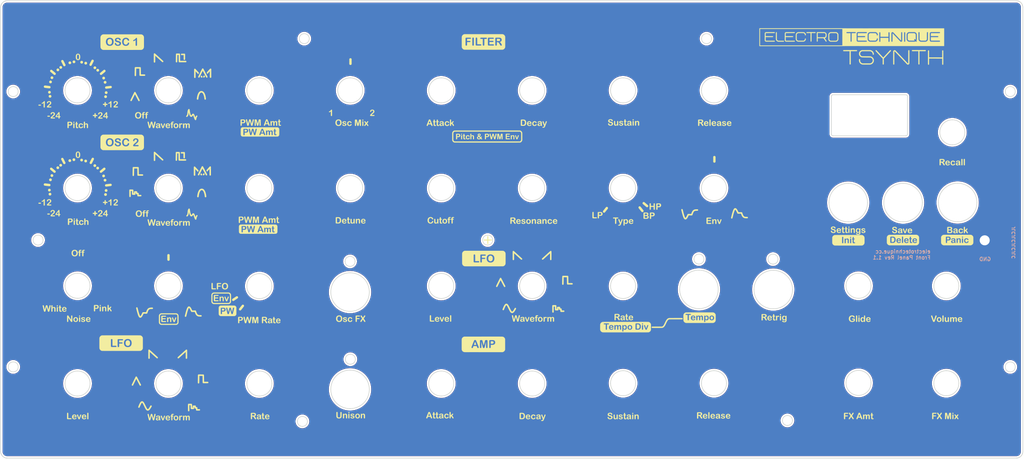
<source format=kicad_pcb>
(kicad_pcb (version 20171130) (host pcbnew "(5.1.7)-1")
  (title_block (title TSynth) (date 2020-04-16) (rev 1.1) (comment 1 "Remove F.Mask from H1 and use smaller mask on hole.") (comment 4 ElectroTechnique))
  (layers (0 F.Cu signal) (31 B.Cu signal) (34 B.Paste user) (35 F.Paste user) (36 B.SilkS user) (37 F.SilkS user) (38 B.Mask user) (39 F.Mask user) (44 Edge.Cuts user))
  (net 0 "")
  (net 1 GND)
  (module MountingHole:MountingHole_3.2mm_M3_DIN965_Pad (layer F.Cu) (at 349.66 139.77)
    (fp_text reference H1 hide)
    (fp_text value MountingHole_Pad hide)
    (pad 1 thru_hole circle (at 0 0) (size 5.6 5.6) (drill 3.2) (layers *.Cu B.Mask) (net 1 GND))
  )
  (module "TSynth:TSynth Front Panel" (layer F.Cu) (at 196.915 134.941)
    (fp_text reference G1 hide)
    (fp_text value TSynth4.1FrontPanelSilkscreen hide)
  )
  (gr_curve (pts (xy 122.329824 123.090175) (xy 122.329824 120.883197) (xy 120.538418 119.09038) (xy 118.330029 119.09038)) (layer Edge.Cuts) (width 0.2))
  (gr_curve (pts (xy 118.330029 119.09038) (xy 116.121641 119.09038) (xy 114.330235 120.883197) (xy 114.330235 123.090175)) (layer Edge.Cuts) (width 0.2))
  (gr_curve (pts (xy 89.33078 95.889986) (xy 91.535994 95.889986) (xy 93.330927 94.097522) (xy 93.330927 91.890191)) (layer Edge.Cuts) (width 0.2))
  (gr_curve (pts (xy 89.33078 87.890397) (xy 87.122391 87.890397) (xy 85.330985 89.68286) (xy 85.330985 91.890191)) (layer Edge.Cuts) (width 0.2))
  (gr_curve (pts (xy 85.330985 91.890191) (xy 85.330985 94.097522) (xy 87.122391 95.889986) (xy 89.33078 95.889986)) (layer Edge.Cuts) (width 0.2))
  (gr_curve (pts (xy 176.32994 158.342869) (xy 178.536918 158.342869) (xy 180.329735 156.5497) (xy 180.329735 154.342722)) (layer Edge.Cuts) (width 0.2))
  (gr_curve (pts (xy 333.429501 185.390411) (xy 333.429501 187.597389) (xy 335.22267 189.390558) (xy 337.429648 189.390558)) (layer Edge.Cuts) (width 0.2))
  (gr_curve (pts (xy 341.429795 185.390411) (xy 341.429795 183.183081) (xy 339.637331 181.390264) (xy 337.429648 181.390264)) (layer Edge.Cuts) (width 0.2))
  (gr_curve (pts (xy 337.429648 189.390558) (xy 339.637331 189.390558) (xy 341.429795 187.597389) (xy 341.429795 185.390411)) (layer Edge.Cuts) (width 0.2))
  (gr_curve (pts (xy 172.329793 154.342722) (xy 172.329793 156.5497) (xy 174.123315 158.342869) (xy 176.32994 158.342869)) (layer Edge.Cuts) (width 0.2))
  (gr_curve (pts (xy 205.329896 158.342869) (xy 207.537226 158.342869) (xy 209.32969 156.5497) (xy 209.32969 154.342722)) (layer Edge.Cuts) (width 0.2))
  (gr_curve (pts (xy 205.329896 150.342927) (xy 203.122565 150.342927) (xy 201.330101 152.135391) (xy 201.330101 154.342722)) (layer Edge.Cuts) (width 0.2))
  (gr_curve (pts (xy 176.32994 95.889986) (xy 178.536918 95.889986) (xy 180.329735 94.097522) (xy 180.329735 91.890191)) (layer Edge.Cuts) (width 0.2))
  (gr_curve (pts (xy 93.330221 123.090175) (xy 93.330221 120.882844) (xy 91.535641 119.09038) (xy 89.33078 119.09038)) (layer Edge.Cuts) (width 0.2))
  (gr_curve (pts (xy 93.330927 91.890191) (xy 93.330927 89.682861) (xy 91.535994 87.890397) (xy 89.33078 87.890397)) (layer Edge.Cuts) (width 0.2))
  (gr_curve (pts (xy 118.329853 95.889986) (xy 120.538242 95.889986) (xy 122.33 94.097522) (xy 122.33 91.890191)) (layer Edge.Cuts) (width 0.2))
  (gr_curve (pts (xy 60.329449 158.290129) (xy 62.537485 158.290129) (xy 64.32889 156.497312) (xy 64.32889 154.290334)) (layer Edge.Cuts) (width 0.2))
  (gr_curve (pts (xy 56.329302 154.290334) (xy 56.329302 156.497312) (xy 58.124588 158.290129) (xy 60.329449 158.290129)) (layer Edge.Cuts) (width 0.2))
  (gr_curve (pts (xy 60.329272 87.890397) (xy 58.124411 87.890397) (xy 56.329125 89.68286) (xy 56.329125 91.890191)) (layer Edge.Cuts) (width 0.2))
  (gr_curve (pts (xy 60.329942 119.086852) (xy 58.12367 119.086852) (xy 56.326973 120.881433) (xy 56.326973 123.090174)) (layer Edge.Cuts) (width 0.2))
  (gr_curve (pts (xy 143.30539 91.890191) (xy 143.30539 94.097522) (xy 145.099266 95.889986) (xy 147.303421 95.889986)) (layer Edge.Cuts) (width 0.2))
  (gr_curve (pts (xy 56.326973 123.090174) (xy 56.326973 125.298916) (xy 58.12367 127.093496) (xy 60.329942 127.093496)) (layer Edge.Cuts) (width 0.2))
  (gr_curve (pts (xy 172.329793 91.890191) (xy 172.329793 94.097522) (xy 174.123315 95.889986) (xy 176.32994 95.889986)) (layer Edge.Cuts) (width 0.2))
  (gr_curve (pts (xy 176.32994 87.890397) (xy 174.123315 87.890397) (xy 172.329793 89.68286) (xy 172.329793 91.890191)) (layer Edge.Cuts) (width 0.2))
  (gr_curve (pts (xy 89.33078 127.089969) (xy 91.535641 127.089969) (xy 93.330221 125.297505) (xy 93.330221 123.090175)) (layer Edge.Cuts) (width 0.2))
  (gr_curve (pts (xy 85.331338 123.090175) (xy 85.331338 125.297505) (xy 87.122743 127.089969) (xy 89.33078 127.089969)) (layer Edge.Cuts) (width 0.2))
  (gr_curve (pts (xy 337.429648 181.390264) (xy 335.22267 181.390264) (xy 333.429501 183.183081) (xy 333.429501 185.390411)) (layer Edge.Cuts) (width 0.2))
  (gr_curve (pts (xy 335.335347 105.286433) (xy 335.335347 107.493411) (xy 337.128163 109.28658) (xy 339.335142 109.28658)) (layer Edge.Cuts) (width 0.2))
  (gr_curve (pts (xy 201.330101 154.342722) (xy 201.330101 156.5497) (xy 203.122565 158.342869) (xy 205.329896 158.342869)) (layer Edge.Cuts) (width 0.2))
  (gr_curve (pts (xy 89.33078 119.09038) (xy 87.122743 119.09038) (xy 85.331338 120.882844) (xy 85.331338 123.090175)) (layer Edge.Cuts) (width 0.2))
  (gr_curve (pts (xy 176.32994 150.342927) (xy 174.123315 150.342927) (xy 172.329793 152.135391) (xy 172.329793 154.342722)) (layer Edge.Cuts) (width 0.2))
  (gr_curve (pts (xy 333.429501 154.342722) (xy 333.429501 156.550052) (xy 335.22267 158.343222) (xy 337.429648 158.343222)) (layer Edge.Cuts) (width 0.2))
  (gr_curve (pts (xy 337.429648 158.343222) (xy 339.637331 158.343222) (xy 341.429795 156.550052) (xy 341.429795 154.342722)) (layer Edge.Cuts) (width 0.2))
  (gr_curve (pts (xy 339.335142 101.286639) (xy 337.128164 101.286639) (xy 335.335347 103.079455) (xy 335.335347 105.286433)) (layer Edge.Cuts) (width 0.2))
  (gr_curve (pts (xy 180.329735 154.342722) (xy 180.329735 152.135391) (xy 178.536918 150.342927) (xy 176.32994 150.342927)) (layer Edge.Cuts) (width 0.2))
  (gr_curve (pts (xy 343.334936 105.286433) (xy 343.334936 103.079455) (xy 341.542825 101.286639) (xy 339.335142 101.286639)) (layer Edge.Cuts) (width 0.2))
  (gr_curve (pts (xy 147.303421 95.889986) (xy 149.510751 95.889986) (xy 151.305332 94.097522) (xy 151.305332 91.890191)) (layer Edge.Cuts) (width 0.2))
  (gr_curve (pts (xy 64.329066 91.890191) (xy 64.329066 89.682861) (xy 62.537661 87.890397) (xy 60.329272 87.890397)) (layer Edge.Cuts) (width 0.2))
  (gr_curve (pts (xy 64.326914 123.20271) (xy 64.325503 123.101463) (xy 64.323387 123.000569) (xy 64.323034 122.900027)) (layer Edge.Cuts) (width 0.2))
  (gr_curve (pts (xy 60.329449 150.29054) (xy 58.124587 150.29054) (xy 56.329302 152.083356) (xy 56.329302 154.290334)) (layer Edge.Cuts) (width 0.2))
  (gr_curve (pts (xy 64.32889 154.290334) (xy 64.32889 152.083357) (xy 62.537485 150.29054) (xy 60.329449 150.29054)) (layer Edge.Cuts) (width 0.2))
  (gr_curve (pts (xy 64.323034 122.900027) (xy 64.222845 120.779833) (xy 62.47589 119.086852) (xy 60.329942 119.086852)) (layer Edge.Cuts) (width 0.2))
  (gr_curve (pts (xy 337.429648 150.342575) (xy 335.22267 150.342575) (xy 333.429501 152.135391) (xy 333.429501 154.342722)) (layer Edge.Cuts) (width 0.2))
  (gr_curve (pts (xy 60.329272 95.889986) (xy 62.537661 95.889986) (xy 64.329066 94.097522) (xy 64.329066 91.890191)) (layer Edge.Cuts) (width 0.2))
  (gr_curve (pts (xy 180.329735 91.890191) (xy 180.329735 89.682861) (xy 178.536918 87.890397) (xy 176.32994 87.890397)) (layer Edge.Cuts) (width 0.2))
  (gr_curve (pts (xy 56.329125 91.890191) (xy 56.329125 94.097522) (xy 58.124411 95.889986) (xy 60.329272 95.889986)) (layer Edge.Cuts) (width 0.2))
  (gr_curve (pts (xy 341.429795 154.342722) (xy 341.429795 152.135391) (xy 339.637331 150.342575) (xy 337.429648 150.342575)) (layer Edge.Cuts) (width 0.2))
  (gr_curve (pts (xy 209.32969 154.342722) (xy 209.32969 152.135391) (xy 207.537226 150.342927) (xy 205.329896 150.342927)) (layer Edge.Cuts) (width 0.2))
  (gr_curve (pts (xy 122.33 91.890191) (xy 122.33 89.682861) (xy 120.538242 87.890397) (xy 118.329853 87.890397)) (layer Edge.Cuts) (width 0.2))
  (gr_curve (pts (xy 147.303421 87.890397) (xy 145.099266 87.890397) (xy 143.30539 89.68286) (xy 143.30539 91.890191)) (layer Edge.Cuts) (width 0.2))
  (gr_curve (pts (xy 339.335142 109.28658) (xy 341.542825 109.28658) (xy 343.334936 107.493411) (xy 343.334936 105.286433)) (layer Edge.Cuts) (width 0.2))
  (gr_curve (pts (xy 151.305332 91.890191) (xy 151.305332 89.682861) (xy 149.510751 87.890397) (xy 147.303421 87.890397)) (layer Edge.Cuts) (width 0.2))
  (gr_curve (pts (xy 60.329942 127.093496) (xy 62.501995 127.093496) (xy 64.266942 125.359241) (xy 64.326914 123.20271)) (layer Edge.Cuts) (width 0.2))
  (gr_curve (pts (xy 114.330059 91.890191) (xy 114.330059 94.097522) (xy 116.121817 95.889986) (xy 118.329853 95.889986)) (layer Edge.Cuts) (width 0.2))
  (gr_curve (pts (xy 118.329853 87.890397) (xy 116.121817 87.890397) (xy 114.330059 89.68286) (xy 114.330059 91.890191)) (layer Edge.Cuts) (width 0.2))
  (gr_curve (pts (xy 324.48348 93.28511) (xy 324.781578 93.28511) (xy 325.022877 93.519001) (xy 325.022877 93.807574)) (layer Edge.Cuts) (width 0.2))
  (gr_curve (pts (xy 356.215558 180.185563) (xy 356.215558 179.301855) (xy 356.931697 178.585716) (xy 357.815758 178.585716)) (layer Edge.Cuts) (width 0.2))
  (gr_curve (pts (xy 357.815758 181.785763) (xy 356.931697 181.785763) (xy 356.215558 181.069271) (xy 356.215558 180.185563)) (layer Edge.Cuts) (width 0.2))
  (gr_curve (pts (xy 267.315172 123.088834) (xy 267.315172 125.298281) (xy 265.525178 127.088981) (xy 263.315378 127.088981)) (layer Edge.Cuts) (width 0.2))
  (gr_curve (pts (xy 359.415605 180.185563) (xy 359.415605 181.069271) (xy 358.699114 181.785763) (xy 357.815758 181.785763)) (layer Edge.Cuts) (width 0.2))
  (gr_curve (pts (xy 309.41486 189.289346) (xy 307.205413 189.289346) (xy 305.414713 187.498646) (xy 305.414713 185.289199)) (layer Edge.Cuts) (width 0.2))
  (gr_curve (pts (xy 263.315378 119.08904) (xy 265.525178 119.08904) (xy 267.315172 120.880092) (xy 267.315172 123.088834)) (layer Edge.Cuts) (width 0.2))
  (gr_curve (pts (xy 309.41486 150.289199) (xy 311.623601 150.289199) (xy 313.414654 152.080252) (xy 313.414654 154.288994)) (layer Edge.Cuts) (width 0.2))
  (gr_curve (pts (xy 305.414713 185.289199) (xy 305.414713 183.079399) (xy 307.205413 181.289052) (xy 309.41486 181.289052)) (layer Edge.Cuts) (width 0.2))
  (gr_curve (pts (xy 309.41486 158.289141) (xy 307.205765 158.289141) (xy 305.415065 156.498088) (xy 305.415065 154.288994)) (layer Edge.Cuts) (width 0.2))
  (gr_curve (pts (xy 325.022877 105.878922) (xy 325.022877 106.167847) (xy 324.781578 106.401386) (xy 324.48348 106.401386)) (layer Edge.Cuts) (width 0.2))
  (gr_curve (pts (xy 313.414654 154.288994) (xy 313.414654 156.498088) (xy 311.623601 158.289141) (xy 309.41486 158.289141)) (layer Edge.Cuts) (width 0.2))
  (gr_curve (pts (xy 300.759175 93.807574) (xy 300.759175 93.519001) (xy 301.000828 93.28511) (xy 301.298572 93.28511)) (layer Edge.Cuts) (width 0.2))
  (gr_curve (pts (xy 357.815758 178.585716) (xy 358.699114 178.585716) (xy 359.415605 179.301855) (xy 359.415605 180.185563)) (layer Edge.Cuts) (width 0.2))
  (gr_line (start 324.48348 106.401386) (end 301.298572 106.401387) (layer Edge.Cuts) (width 0.2))
  (gr_curve (pts (xy 309.41486 181.289052) (xy 311.623954 181.289052) (xy 313.415007 183.079399) (xy 313.415007 185.289199)) (layer Edge.Cuts) (width 0.2))
  (gr_curve (pts (xy 301.298572 106.401387) (xy 301.000828 106.401387) (xy 300.759175 106.167849) (xy 300.759175 105.878924)) (layer Edge.Cuts) (width 0.2))
  (gr_line (start 325.022877 93.807574) (end 325.022877 105.878922) (layer Edge.Cuts) (width 0.2))
  (gr_curve (pts (xy 357.815405 93.870897) (xy 356.931697 93.870897) (xy 356.215206 93.154406) (xy 356.215206 92.270697)) (layer Edge.Cuts) (width 0.2))
  (gr_curve (pts (xy 357.815405 90.67085) (xy 358.699114 90.67085) (xy 359.415252 91.386989) (xy 359.415252 92.270697)) (layer Edge.Cuts) (width 0.2))
  (gr_curve (pts (xy 356.215206 92.270697) (xy 356.215206 91.386989) (xy 356.931697 90.67085) (xy 357.815405 90.67085)) (layer Edge.Cuts) (width 0.2))
  (gr_line (start 301.298572 93.28511) (end 324.48348 93.28511) (layer Edge.Cuts) (width 0.2))
  (gr_curve (pts (xy 263.315378 181.388959) (xy 265.525178 181.388959) (xy 267.315525 183.179659) (xy 267.315525 185.389106)) (layer Edge.Cuts) (width 0.2))
  (gr_curve (pts (xy 259.315583 123.088834) (xy 259.315583 120.880092) (xy 261.106636 119.08904) (xy 263.315378 119.08904)) (layer Edge.Cuts) (width 0.2))
  (gr_curve (pts (xy 305.415065 154.288994) (xy 305.415065 152.080252) (xy 307.205765 150.289199) (xy 309.41486 150.289199)) (layer Edge.Cuts) (width 0.2))
  (gr_curve (pts (xy 313.415007 185.289199) (xy 313.415007 187.498646) (xy 311.623954 189.289346) (xy 309.41486 189.289346)) (layer Edge.Cuts) (width 0.2))
  (gr_curve (pts (xy 263.315378 127.088981) (xy 261.106636 127.088981) (xy 259.315583 125.298281) (xy 259.315583 123.088834)) (layer Edge.Cuts) (width 0.2))
  (gr_line (start 300.759175 105.878924) (end 300.759175 93.807574) (layer Edge.Cuts) (width 0.2))
  (gr_curve (pts (xy 39.815704 178.585716) (xy 40.699059 178.585716) (xy 41.415551 179.301855) (xy 41.415551 180.185563)) (layer Edge.Cuts) (width 0.2))
  (gr_curve (pts (xy 38.215504 180.185563) (xy 38.215504 179.301855) (xy 38.931995 178.585716) (xy 39.815704 178.585716)) (layer Edge.Cuts) (width 0.2))
  (gr_line (start 36.990483 63.481703) (end 37.154877 63.410442) (layer Edge.Cuts) (width 0.2))
  (gr_curve (pts (xy 39.815704 181.785763) (xy 38.931995 181.785763) (xy 38.215504 181.069271) (xy 38.215504 180.185563)) (layer Edge.Cuts) (width 0.2))
  (gr_curve (pts (xy 41.415551 180.185563) (xy 41.415551 181.069271) (xy 40.699059 181.785763) (xy 39.815704 181.785763)) (layer Edge.Cuts) (width 0.2))
  (gr_curve (pts (xy 38.215327 92.270697) (xy 38.215327 91.386989) (xy 38.931819 90.67085) (xy 39.815527 90.67085)) (layer Edge.Cuts) (width 0.2))
  (gr_line (start 36.410869 63.897628) (end 36.542102 63.773097) (layer Edge.Cuts) (width 0.2))
  (gr_line (start 36.290572 208.540381) (end 36.182975 208.396452) (layer Edge.Cuts) (width 0.2))
  (gr_curve (pts (xy 39.815527 93.870897) (xy 38.931819 93.870897) (xy 38.215327 93.154406) (xy 38.215327 92.270697)) (layer Edge.Cuts) (width 0.2))
  (gr_curve (pts (xy 41.415374 92.270697) (xy 41.415374 93.154406) (xy 40.698883 93.870897) (xy 39.815527 93.870897)) (layer Edge.Cuts) (width 0.2))
  (gr_curve (pts (xy 47.745724 141.289803) (xy 48.629433 141.289803) (xy 49.348394 140.571195) (xy 49.348394 139.686428)) (layer Edge.Cuts) (width 0.2))
  (gr_curve (pts (xy 49.348394 139.686428) (xy 49.348394 138.802014) (xy 48.629433 138.083759) (xy 47.745724 138.083759)) (layer Edge.Cuts) (width 0.2))
  (gr_line (start 37.154877 63.410442) (end 37.324563 63.357525) (layer Edge.Cuts) (width 0.2))
  (gr_curve (pts (xy 191.14516 138.086581) (xy 190.261805 138.086581) (xy 189.545313 138.803778) (xy 189.545313 139.686428)) (layer Edge.Cuts) (width 0.2))
  (gr_curve (pts (xy 260.944852 76.986495) (xy 261.828208 76.986495) (xy 262.5447 76.26965) (xy 262.5447 75.386647)) (layer Edge.Cuts) (width 0.2))
  (gr_curve (pts (xy 286.745149 198.886524) (xy 287.627799 198.886524) (xy 288.344996 198.169327) (xy 288.344996 197.286677)) (layer Edge.Cuts) (width 0.2))
  (gr_line (start 36.087019 64.329428) (end 36.182974 64.17597) (layer Edge.Cuts) (width 0.2))
  (gr_line (start 36.182974 64.17597) (end 36.290572 64.030272) (layer Edge.Cuts) (width 0.2))
  (gr_line (start 36.290572 64.030272) (end 36.410869 63.897628) (layer Edge.Cuts) (width 0.2))
  (gr_line (start 36.68286 63.661972) (end 36.832791 63.5639) (layer Edge.Cuts) (width 0.2))
  (gr_curve (pts (xy 132.645011 73.7868) (xy 131.761302 73.7868) (xy 131.044811 74.503997) (xy 131.044811 75.386647)) (layer Edge.Cuts) (width 0.2))
  (gr_curve (pts (xy 132.045571 199.186244) (xy 132.927162 199.186244) (xy 133.645771 198.469753) (xy 133.645771 197.586397)) (layer Edge.Cuts) (width 0.2))
  (gr_curve (pts (xy 47.745724 138.083759) (xy 46.858841 138.083759) (xy 46.142702 138.802014) (xy 46.142702 139.686428)) (layer Edge.Cuts) (width 0.2))
  (gr_line (start 35.936736 207.913503) (end 35.883466 207.739935) (layer Edge.Cuts) (width 0.2))
  (gr_line (start 36.832791 63.5639) (end 36.990483 63.481703) (layer Edge.Cuts) (width 0.2))
  (gr_line (start 36.542102 208.798268) (end 36.410869 208.674794) (layer Edge.Cuts) (width 0.2))
  (gr_line (start 35.883466 64.832842) (end 35.936736 64.657864) (layer Edge.Cuts) (width 0.2))
  (gr_curve (pts (xy 39.815527 90.67085) (xy 40.698883 90.67085) (xy 41.415374 91.386989) (xy 41.415374 92.270697)) (layer Edge.Cuts) (width 0.2))
  (gr_curve (pts (xy 191.14516 141.286628) (xy 192.02781 141.286628) (xy 192.745007 140.569431) (xy 192.745007 139.686428)) (layer Edge.Cuts) (width 0.2))
  (gr_curve (pts (xy 189.545313 139.686428) (xy 189.545313 140.569431) (xy 190.261805 141.286628) (xy 191.14516 141.286628)) (layer Edge.Cuts) (width 0.2))
  (gr_curve (pts (xy 133.645771 197.586397) (xy 133.645771 196.703747) (xy 132.927162 195.98655) (xy 132.045571 195.98655)) (layer Edge.Cuts) (width 0.2))
  (gr_curve (pts (xy 259.345005 75.386647) (xy 259.345005 76.26965) (xy 260.062202 76.986495) (xy 260.944852 76.986495)) (layer Edge.Cuts) (width 0.2))
  (gr_curve (pts (xy 286.745149 195.68683) (xy 285.861793 195.68683) (xy 285.145302 196.403322) (xy 285.145302 197.286677)) (layer Edge.Cuts) (width 0.2))
  (gr_line (start 35.814322 65.370475) (end 35.82173 65.190206) (layer Edge.Cuts) (width 0.2))
  (gr_curve (pts (xy 131.044811 75.386647) (xy 131.044811 76.26965) (xy 131.761302 76.986495) (xy 132.645011 76.986495)) (layer Edge.Cuts) (width 0.2))
  (gr_line (start 35.82173 65.190206) (end 35.845366 65.010289) (layer Edge.Cuts) (width 0.2))
  (gr_curve (pts (xy 134.245211 75.386647) (xy 134.245211 74.503997) (xy 133.526602 73.7868) (xy 132.645011 73.7868)) (layer Edge.Cuts) (width 0.2))
  (gr_line (start 35.845366 207.562835) (end 35.82173 207.382216) (layer Edge.Cuts) (width 0.2))
  (gr_curve (pts (xy 132.045571 195.98655) (xy 131.161862 195.98655) (xy 130.445371 196.703747) (xy 130.445371 197.586397)) (layer Edge.Cuts) (width 0.2))
  (gr_line (start 35.845366 65.010289) (end 35.883466 64.832842) (layer Edge.Cuts) (width 0.2))
  (gr_line (start 35.883466 207.739935) (end 35.845366 207.562835) (layer Edge.Cuts) (width 0.2))
  (gr_curve (pts (xy 288.344996 197.286677) (xy 288.344996 196.403322) (xy 287.627799 195.68683) (xy 286.745149 195.68683)) (layer Edge.Cuts) (width 0.2))
  (gr_line (start 36.005175 208.08213) (end 35.936736 207.913503) (layer Edge.Cuts) (width 0.2))
  (gr_line (start 36.542102 63.773097) (end 36.68286 63.661972) (layer Edge.Cuts) (width 0.2))
  (gr_curve (pts (xy 132.645011 76.986495) (xy 133.526602 76.986495) (xy 134.245211 76.26965) (xy 134.245211 75.386647)) (layer Edge.Cuts) (width 0.2))
  (gr_curve (pts (xy 260.944852 73.7868) (xy 260.062202 73.7868) (xy 259.345005 74.503997) (xy 259.345005 75.386647)) (layer Edge.Cuts) (width 0.2))
  (gr_line (start 35.936736 64.657864) (end 36.005174 64.491) (layer Edge.Cuts) (width 0.2))
  (gr_line (start 35.82173 207.382216) (end 35.814322 207.200185) (layer Edge.Cuts) (width 0.2))
  (gr_line (start 36.410869 208.674794) (end 36.290572 208.540381) (layer Edge.Cuts) (width 0.2))
  (gr_line (start 36.182975 208.396452) (end 36.087019 208.243349) (layer Edge.Cuts) (width 0.2))
  (gr_line (start 36.087019 208.243349) (end 36.005175 208.08213) (layer Edge.Cuts) (width 0.2))
  (gr_curve (pts (xy 359.415252 92.270697) (xy 359.415252 93.154406) (xy 358.699114 93.870897) (xy 357.815405 93.870897)) (layer Edge.Cuts) (width 0.2))
  (gr_line (start 36.005174 64.491) (end 36.087019 64.329428) (layer Edge.Cuts) (width 0.2))
  (gr_curve (pts (xy 192.745007 139.686428) (xy 192.745007 138.803778) (xy 192.02781 138.086581) (xy 191.14516 138.086581)) (layer Edge.Cuts) (width 0.2))
  (gr_curve (pts (xy 262.5447 75.386647) (xy 262.5447 74.503997) (xy 261.828208 73.7868) (xy 260.944852 73.7868)) (layer Edge.Cuts) (width 0.2))
  (gr_curve (pts (xy 46.142702 139.686428) (xy 46.142702 140.571195) (xy 46.858841 141.289803) (xy 47.745724 141.289803)) (layer Edge.Cuts) (width 0.2))
  (gr_curve (pts (xy 130.445371 197.586397) (xy 130.445371 198.469753) (xy 131.161862 199.186244) (xy 132.045571 199.186244)) (layer Edge.Cuts) (width 0.2))
  (gr_curve (pts (xy 285.145302 197.286677) (xy 285.145302 198.169327) (xy 285.861793 198.886524) (xy 286.745149 198.886524)) (layer Edge.Cuts) (width 0.2))
  (gr_line (start 37.324563 63.357525) (end 37.497777 63.317661) (layer Edge.Cuts) (width 0.2))
  (gr_line (start 35.814322 207.200185) (end 35.814322 65.370475) (layer Edge.Cuts) (width 0.2))
  (gr_curve (pts (xy 56.329302 185.49) (xy 56.329302 187.696978) (xy 58.124588 189.490147) (xy 60.329449 189.490147)) (layer Edge.Cuts) (width 0.2))
  (gr_curve (pts (xy 64.32889 185.49) (xy 64.32889 183.283375) (xy 62.537485 181.489853) (xy 60.329449 181.489853)) (layer Edge.Cuts) (width 0.2))
  (gr_curve (pts (xy 114.330235 123.090175) (xy 114.330235 125.297152) (xy 116.121641 127.089969) (xy 118.330029 127.089969)) (layer Edge.Cuts) (width 0.2))
  (gr_curve (pts (xy 89.330956 189.490147) (xy 91.535817 189.490147) (xy 93.33075 187.697331) (xy 93.33075 185.49)) (layer Edge.Cuts) (width 0.2))
  (gr_curve (pts (xy 85.330809 185.49) (xy 85.330809 187.697331) (xy 87.122567 189.490147) (xy 89.330956 189.490147)) (layer Edge.Cuts) (width 0.2))
  (gr_curve (pts (xy 89.330956 181.489853) (xy 87.122567 181.489853) (xy 85.330809 183.283375) (xy 85.330809 185.49)) (layer Edge.Cuts) (width 0.2))
  (gr_curve (pts (xy 93.33075 185.49) (xy 93.33075 183.283375) (xy 91.535817 181.489853) (xy 89.330956 181.489853)) (layer Edge.Cuts) (width 0.2))
  (gr_curve (pts (xy 205.329896 189.490147) (xy 207.537226 189.490147) (xy 209.330043 187.697331) (xy 209.330043 185.49)) (layer Edge.Cuts) (width 0.2))
  (gr_curve (pts (xy 201.329749 185.49) (xy 201.329749 187.697331) (xy 203.122565 189.490147) (xy 205.329896 189.490147)) (layer Edge.Cuts) (width 0.2))
  (gr_curve (pts (xy 205.329896 181.489853) (xy 203.122565 181.489853) (xy 201.329749 183.283023) (xy 201.329749 185.49)) (layer Edge.Cuts) (width 0.2))
  (gr_curve (pts (xy 209.32969 123.090175) (xy 209.32969 120.882844) (xy 207.537226 119.09038) (xy 205.329896 119.09038)) (layer Edge.Cuts) (width 0.2))
  (gr_curve (pts (xy 209.330043 185.49) (xy 209.330043 183.283022) (xy 207.537226 181.489853) (xy 205.329896 181.489853)) (layer Edge.Cuts) (width 0.2))
  (gr_curve (pts (xy 60.329449 181.489853) (xy 58.124587 181.489853) (xy 56.329302 183.283375) (xy 56.329302 185.49)) (layer Edge.Cuts) (width 0.2))
  (gr_curve (pts (xy 205.329896 127.089969) (xy 207.537226 127.089969) (xy 209.32969 125.297505) (xy 209.32969 123.090175)) (layer Edge.Cuts) (width 0.2))
  (gr_curve (pts (xy 205.329896 119.09038) (xy 203.122565 119.09038) (xy 201.330101 120.882844) (xy 201.330101 123.090175)) (layer Edge.Cuts) (width 0.2))
  (gr_curve (pts (xy 118.330029 127.089969) (xy 120.538418 127.089969) (xy 122.329824 125.297152) (xy 122.329824 123.090175)) (layer Edge.Cuts) (width 0.2))
  (gr_curve (pts (xy 201.330101 123.090175) (xy 201.330101 125.297505) (xy 203.122565 127.089969) (xy 205.329896 127.089969)) (layer Edge.Cuts) (width 0.2))
  (gr_curve (pts (xy 60.329449 189.490147) (xy 62.537485 189.490147) (xy 64.32889 187.696978) (xy 64.32889 185.49)) (layer Edge.Cuts) (width 0.2))
  (gr_curve (pts (xy 341.047349 133.842382) (xy 337.650805 133.852612) (xy 334.888908 131.107649) (xy 334.87903 127.710751)) (layer Edge.Cuts) (width 0.2))
  (gr_curve (pts (xy 347.178626 127.674416) (xy 347.188151 131.071666) (xy 344.444246 133.832504) (xy 341.047349 133.842382)) (layer Edge.Cuts) (width 0.2))
  (gr_curve (pts (xy 341.010307 121.542432) (xy 344.40791 121.532202) (xy 347.168749 124.278224) (xy 347.178626 127.674416)) (layer Edge.Cuts) (width 0.2))
  (gr_curve (pts (xy 323.629547 121.58025) (xy 327.026443 121.58025) (xy 329.779521 124.334034) (xy 329.779521 127.730225)) (layer Edge.Cuts) (width 0.2))
  (gr_curve (pts (xy 334.87903 127.710751) (xy 334.869152 124.314207) (xy 337.613763 121.55231) (xy 341.010307 121.542432)) (layer Edge.Cuts) (width 0.2))
  (gr_curve (pts (xy 176.32994 127.089969) (xy 178.536918 127.089969) (xy 180.329735 125.297505) (xy 180.329735 123.090175)) (layer Edge.Cuts) (width 0.2))
  (gr_curve (pts (xy 118.329853 181.489853) (xy 116.121817 181.489853) (xy 114.330059 183.283023) (xy 114.330059 185.49)) (layer Edge.Cuts) (width 0.2))
  (gr_curve (pts (xy 93.330927 154.290334) (xy 93.330927 152.083357) (xy 91.535994 150.29054) (xy 89.33078 150.29054)) (layer Edge.Cuts) (width 0.2))
  (gr_curve (pts (xy 234.329992 181.390264) (xy 232.122661 181.390264) (xy 230.329492 183.183081) (xy 230.329492 185.390411)) (layer Edge.Cuts) (width 0.2))
  (gr_curve (pts (xy 118.329853 189.490147) (xy 120.538242 189.490147) (xy 122.33 187.697331) (xy 122.33 185.49)) (layer Edge.Cuts) (width 0.2))
  (gr_curve (pts (xy 234.329992 127.089969) (xy 236.537323 127.089969) (xy 238.330139 125.297152) (xy 238.330139 123.090175)) (layer Edge.Cuts) (width 0.2))
  (gr_curve (pts (xy 172.329793 123.090175) (xy 172.329793 125.297505) (xy 174.123315 127.089969) (xy 176.32994 127.089969)) (layer Edge.Cuts) (width 0.2))
  (gr_curve (pts (xy 234.329992 189.390558) (xy 236.537323 189.390558) (xy 238.330139 187.597389) (xy 238.330139 185.390411)) (layer Edge.Cuts) (width 0.2))
  (gr_curve (pts (xy 230.329492 185.390411) (xy 230.329492 187.597389) (xy 232.122661 189.390558) (xy 234.329992 189.390558)) (layer Edge.Cuts) (width 0.2))
  (gr_curve (pts (xy 85.330985 154.290334) (xy 85.330985 156.497312) (xy 87.122391 158.290129) (xy 89.33078 158.290129)) (layer Edge.Cuts) (width 0.2))
  (gr_curve (pts (xy 114.330059 185.49) (xy 114.330059 187.697331) (xy 116.121817 189.490147) (xy 118.329853 189.490147)) (layer Edge.Cuts) (width 0.2))
  (gr_curve (pts (xy 143.30539 123.090175) (xy 143.30539 125.297152) (xy 145.099266 127.089969) (xy 147.303421 127.089969)) (layer Edge.Cuts) (width 0.2))
  (gr_curve (pts (xy 234.329992 119.09038) (xy 232.123015 119.09038) (xy 230.329492 120.883197) (xy 230.329492 123.090175)) (layer Edge.Cuts) (width 0.2))
  (gr_curve (pts (xy 209.330043 91.890191) (xy 209.330043 89.682861) (xy 207.537226 87.890044) (xy 205.329896 87.890044)) (layer Edge.Cuts) (width 0.2))
  (gr_curve (pts (xy 147.303421 127.089969) (xy 149.510751 127.089969) (xy 151.305332 125.297152) (xy 151.305332 123.090175)) (layer Edge.Cuts) (width 0.2))
  (gr_curve (pts (xy 176.32994 119.09038) (xy 174.123315 119.09038) (xy 172.329793 120.882844) (xy 172.329793 123.090175)) (layer Edge.Cuts) (width 0.2))
  (gr_curve (pts (xy 230.329492 123.090175) (xy 230.329492 125.297152) (xy 232.123014 127.089969) (xy 234.329992 127.089969)) (layer Edge.Cuts) (width 0.2))
  (gr_curve (pts (xy 89.33078 158.290129) (xy 91.535994 158.290129) (xy 93.330927 156.497312) (xy 93.330927 154.290334)) (layer Edge.Cuts) (width 0.2))
  (gr_curve (pts (xy 238.330139 185.390411) (xy 238.330139 183.183081) (xy 236.537323 181.390264) (xy 234.329992 181.390264)) (layer Edge.Cuts) (width 0.2))
  (gr_curve (pts (xy 89.33078 150.29054) (xy 87.122391 150.29054) (xy 85.330985 152.083356) (xy 85.330985 154.290334)) (layer Edge.Cuts) (width 0.2))
  (gr_curve (pts (xy 147.303421 119.09038) (xy 145.099266 119.09038) (xy 143.30539 120.883197) (xy 143.30539 123.090175)) (layer Edge.Cuts) (width 0.2))
  (gr_curve (pts (xy 151.305332 123.090175) (xy 151.305332 120.883197) (xy 149.510751 119.09038) (xy 147.303421 119.09038)) (layer Edge.Cuts) (width 0.2))
  (gr_curve (pts (xy 230.329492 91.890191) (xy 230.329492 94.097522) (xy 232.123014 95.889986) (xy 234.329992 95.889986)) (layer Edge.Cuts) (width 0.2))
  (gr_curve (pts (xy 180.329735 123.090175) (xy 180.329735 120.882844) (xy 178.536918 119.09038) (xy 176.32994 119.09038)) (layer Edge.Cuts) (width 0.2))
  (gr_curve (pts (xy 234.329992 95.889986) (xy 236.537323 95.889986) (xy 238.330139 94.097522) (xy 238.330139 91.890191)) (layer Edge.Cuts) (width 0.2))
  (gr_curve (pts (xy 238.330139 123.090175) (xy 238.330139 120.883197) (xy 236.537323 119.09038) (xy 234.329992 119.09038)) (layer Edge.Cuts) (width 0.2))
  (gr_curve (pts (xy 234.329992 87.890397) (xy 232.123015 87.890397) (xy 230.329492 89.683213) (xy 230.329492 91.890191)) (layer Edge.Cuts) (width 0.2))
  (gr_curve (pts (xy 238.330139 91.890191) (xy 238.330139 89.683213) (xy 236.537323 87.890397) (xy 234.329992 87.890397)) (layer Edge.Cuts) (width 0.2))
  (gr_line (start 361.81525 207.200185) (end 361.807499 207.382216) (layer Edge.Cuts) (width 0.2))
  (gr_curve (pts (xy 205.329896 87.890044) (xy 203.122565 87.890044) (xy 201.329749 89.682861) (xy 201.329749 91.890191)) (layer Edge.Cuts) (width 0.2))
  (gr_line (start 361.81525 65.370475) (end 361.81525 207.200185) (layer Edge.Cuts) (width 0.2))
  (gr_curve (pts (xy 118.329853 158.390212) (xy 120.538242 158.390212) (xy 122.33 156.597748) (xy 122.33 154.390065)) (layer Edge.Cuts) (width 0.2))
  (gr_curve (pts (xy 180.329735 185.49) (xy 180.329735 183.283022) (xy 178.536918 181.490206) (xy 176.32994 181.490206)) (layer Edge.Cuts) (width 0.2))
  (gr_line (start 361.693186 64.657864) (end 361.745401 64.832842) (layer Edge.Cuts) (width 0.2))
  (gr_line (start 361.807499 207.382216) (end 361.783857 207.562835) (layer Edge.Cuts) (width 0.2))
  (gr_line (start 361.219744 63.897628) (end 361.338987 64.030272) (layer Edge.Cuts) (width 0.2))
  (gr_curve (pts (xy 234.330027 158.342869) (xy 236.537358 158.342869) (xy 238.329822 156.5497) (xy 238.329822 154.342722)) (layer Edge.Cuts) (width 0.2))
  (gr_line (start 37.851613 63.285912) (end 37.674166 63.293672) (layer Edge.Cuts) (width 0.2))
  (gr_curve (pts (xy 176.32994 181.490206) (xy 174.123315 181.490206) (xy 172.329793 183.283022) (xy 172.329793 185.49)) (layer Edge.Cuts) (width 0.2))
  (gr_line (start 36.682861 208.908339) (end 36.542102 208.798268) (layer Edge.Cuts) (width 0.2))
  (gr_line (start 36.832791 209.006061) (end 36.682861 208.908339) (layer Edge.Cuts) (width 0.2))
  (gr_line (start 37.674166 209.277707) (end 37.497777 209.25442) (layer Edge.Cuts) (width 0.2))
  (gr_line (start 37.851613 209.285825) (end 37.674166 209.277707) (layer Edge.Cuts) (width 0.2))
  (gr_line (start 359.95464 209.277707) (end 359.778251 209.285825) (layer Edge.Cuts) (width 0.2))
  (gr_line (start 360.132795 209.25442) (end 359.95464 209.277707) (layer Edge.Cuts) (width 0.2))
  (gr_line (start 361.219744 208.674794) (end 361.087797 208.798268) (layer Edge.Cuts) (width 0.2))
  (gr_line (start 360.306019 209.214909) (end 360.132795 209.25442) (layer Edge.Cuts) (width 0.2))
  (gr_line (start 360.640451 209.09038) (end 360.474656 209.159874) (layer Edge.Cuts) (width 0.2))
  (gr_line (start 361.087797 208.798268) (end 360.945622 208.908339) (layer Edge.Cuts) (width 0.2))
  (gr_line (start 360.132795 63.317661) (end 360.306019 63.357525) (layer Edge.Cuts) (width 0.2))
  (gr_curve (pts (xy 114.330059 154.390065) (xy 114.330059 156.597748) (xy 116.121817 158.390212) (xy 118.329853 158.390212)) (layer Edge.Cuts) (width 0.2))
  (gr_curve (pts (xy 205.329896 95.890338) (xy 207.537226 95.890338) (xy 209.330043 94.097522) (xy 209.330043 91.890191)) (layer Edge.Cuts) (width 0.2))
  (gr_line (start 359.95464 63.293672) (end 360.132795 63.317661) (layer Edge.Cuts) (width 0.2))
  (gr_line (start 361.338987 208.540381) (end 361.219744 208.674794) (layer Edge.Cuts) (width 0.2))
  (gr_line (start 361.745401 207.739935) (end 361.693186 207.913503) (layer Edge.Cuts) (width 0.2))
  (gr_line (start 361.783857 207.562835) (end 361.745401 207.739935) (layer Edge.Cuts) (width 0.2))
  (gr_line (start 361.807499 65.190206) (end 361.81525 65.370475) (layer Edge.Cuts) (width 0.2))
  (gr_line (start 361.745401 64.832842) (end 361.783857 65.010289) (layer Edge.Cuts) (width 0.2))
  (gr_line (start 361.623681 64.491) (end 361.693186 64.657864) (layer Edge.Cuts) (width 0.2))
  (gr_line (start 361.543238 64.329428) (end 361.623681 64.491) (layer Edge.Cuts) (width 0.2))
  (gr_line (start 360.640451 63.481703) (end 360.79815 63.5639) (layer Edge.Cuts) (width 0.2))
  (gr_curve (pts (xy 172.329793 185.49) (xy 172.329793 187.697331) (xy 174.123315 189.489795) (xy 176.32994 189.489795)) (layer Edge.Cuts) (width 0.2))
  (gr_line (start 361.447637 64.175969) (end 361.543238 64.329428) (layer Edge.Cuts) (width 0.2))
  (gr_line (start 361.338987 64.030272) (end 361.447637 64.175969) (layer Edge.Cuts) (width 0.2))
  (gr_line (start 359.778251 63.285912) (end 359.95464 63.293672) (layer Edge.Cuts) (width 0.2))
  (gr_curve (pts (xy 234.330027 150.342927) (xy 232.122697 150.342927) (xy 230.32988 152.135391) (xy 230.32988 154.342722)) (layer Edge.Cuts) (width 0.2))
  (gr_curve (pts (xy 201.329749 91.890191) (xy 201.329749 94.097522) (xy 203.122565 95.890338) (xy 205.329896 95.890338)) (layer Edge.Cuts) (width 0.2))
  (gr_curve (pts (xy 176.32994 189.489795) (xy 178.536918 189.489795) (xy 180.329735 187.697331) (xy 180.329735 185.49)) (layer Edge.Cuts) (width 0.2))
  (gr_curve (pts (xy 238.329822 154.342722) (xy 238.329822 152.135391) (xy 236.537358 150.342927) (xy 234.330027 150.342927)) (layer Edge.Cuts) (width 0.2))
  (gr_line (start 360.306019 63.357525) (end 360.474656 63.410442) (layer Edge.Cuts) (width 0.2))
  (gr_curve (pts (xy 122.33 154.390065) (xy 122.33 152.182734) (xy 120.538242 150.389918) (xy 118.329853 150.389918)) (layer Edge.Cuts) (width 0.2))
  (gr_line (start 361.087797 63.773097) (end 361.219744 63.897628) (layer Edge.Cuts) (width 0.2))
  (gr_line (start 360.474656 63.410442) (end 360.640451 63.481703) (layer Edge.Cuts) (width 0.2))
  (gr_line (start 37.497777 63.317661) (end 37.674166 63.293672) (layer Edge.Cuts) (width 0.2))
  (gr_line (start 360.79815 63.5639) (end 360.945622 63.661972) (layer Edge.Cuts) (width 0.2))
  (gr_line (start 36.990483 209.09038) (end 36.832791 209.006061) (layer Edge.Cuts) (width 0.2))
  (gr_line (start 37.154877 209.159874) (end 36.990483 209.09038) (layer Edge.Cuts) (width 0.2))
  (gr_line (start 37.324563 209.214909) (end 37.154877 209.159874) (layer Edge.Cuts) (width 0.2))
  (gr_line (start 359.778251 209.285825) (end 37.851613 209.285825) (layer Edge.Cuts) (width 0.2))
  (gr_line (start 360.945622 63.661972) (end 361.087797 63.773097) (layer Edge.Cuts) (width 0.2))
  (gr_curve (pts (xy 118.329853 150.389918) (xy 116.121817 150.389918) (xy 114.330059 152.182734) (xy 114.330059 154.390065)) (layer Edge.Cuts) (width 0.2))
  (gr_line (start 360.474656 209.159874) (end 360.306019 209.214909) (layer Edge.Cuts) (width 0.2))
  (gr_line (start 37.497777 209.25442) (end 37.324563 209.214909) (layer Edge.Cuts) (width 0.2))
  (gr_line (start 360.79815 209.006061) (end 360.640451 209.09038) (layer Edge.Cuts) (width 0.2))
  (gr_line (start 37.851613 63.285912) (end 359.778251 63.285912) (layer Edge.Cuts) (width 0.2))
  (gr_line (start 360.945622 208.908339) (end 360.79815 209.006061) (layer Edge.Cuts) (width 0.2))
  (gr_line (start 361.447637 208.396452) (end 361.338987 208.540381) (layer Edge.Cuts) (width 0.2))
  (gr_line (start 361.783857 65.010289) (end 361.807499 65.190206) (layer Edge.Cuts) (width 0.2))
  (gr_curve (pts (xy 230.32988 154.342722) (xy 230.32988 156.5497) (xy 232.122697 158.342869) (xy 234.330027 158.342869)) (layer Edge.Cuts) (width 0.2))
  (gr_line (start 361.543238 208.243349) (end 361.447637 208.396452) (layer Edge.Cuts) (width 0.2))
  (gr_line (start 361.623681 208.08213) (end 361.543238 208.243349) (layer Edge.Cuts) (width 0.2))
  (gr_line (start 361.693186 207.913503) (end 361.623681 208.08213) (layer Edge.Cuts) (width 0.2))
  (gr_curve (pts (xy 306.135368 121.58025) (xy 309.532264 121.58025) (xy 312.285342 124.334034) (xy 312.285342 127.730225)) (layer Edge.Cuts) (width 0.2))
  (gr_curve (pts (xy 299.985746 127.730225) (xy 299.985746 124.334034) (xy 302.739176 121.58025) (xy 306.135368 121.58025)) (layer Edge.Cuts) (width 0.2))
  (gr_curve (pts (xy 148.942109 177.735204) (xy 148.942109 178.61856) (xy 148.225264 179.335051) (xy 147.341909 179.335051)) (layer Edge.Cuts) (width 0.2))
  (gr_curve (pts (xy 147.341909 179.335051) (xy 146.4582 179.335051) (xy 145.741709 178.61856) (xy 145.741709 177.735204)) (layer Edge.Cuts) (width 0.2))
  (gr_curve (pts (xy 267.315172 91.889027) (xy 267.315172 94.098121) (xy 265.525178 95.889174) (xy 263.315378 95.889174)) (layer Edge.Cuts) (width 0.2))
  (gr_curve (pts (xy 147.341909 176.135004) (xy 148.225264 176.135004) (xy 148.942109 176.851496) (xy 148.942109 177.735204)) (layer Edge.Cuts) (width 0.2))
  (gr_curve (pts (xy 153.39427 187.362403) (xy 153.39427 190.759301) (xy 150.641192 193.512379) (xy 147.244295 193.512379)) (layer Edge.Cuts) (width 0.2))
  (gr_curve (pts (xy 153.394411 156.295911) (xy 153.394411 159.692456) (xy 150.640981 162.445886) (xy 147.244436 162.445886)) (layer Edge.Cuts) (width 0.2))
  (gr_curve (pts (xy 312.285342 127.730225) (xy 312.285342 131.127475) (xy 309.532264 133.8802) (xy 306.135367 133.8802)) (layer Edge.Cuts) (width 0.2))
  (gr_curve (pts (xy 282.229841 149.347) (xy 285.626737 149.347) (xy 288.379815 152.100784) (xy 288.379815 155.496975)) (layer Edge.Cuts) (width 0.2))
  (gr_curve (pts (xy 276.080219 155.496975) (xy 276.080219 152.100784) (xy 278.833649 149.347) (xy 282.229841 149.347)) (layer Edge.Cuts) (width 0.2))
  (gr_curve (pts (xy 141.09432 187.362403) (xy 141.09432 183.966212) (xy 143.847751 181.212428) (xy 147.244295 181.212428)) (layer Edge.Cuts) (width 0.2))
  (gr_curve (pts (xy 282.22984 161.64695) (xy 278.833648 161.64695) (xy 276.080219 158.894226) (xy 276.080219 155.496975)) (layer Edge.Cuts) (width 0.2))
  (gr_curve (pts (xy 147.244295 193.512379) (xy 143.847751 193.512379) (xy 141.09432 190.759301) (xy 141.09432 187.362403)) (layer Edge.Cuts) (width 0.2))
  (gr_curve (pts (xy 258.524797 149.286887) (xy 261.921341 149.286887) (xy 264.675125 152.040318) (xy 264.675125 155.436862)) (layer Edge.Cuts) (width 0.2))
  (gr_curve (pts (xy 147.244436 150.145936) (xy 150.640981 150.145936) (xy 153.394411 152.899367) (xy 153.394411 156.295911)) (layer Edge.Cuts) (width 0.2))
  (gr_curve (pts (xy 288.379815 155.496975) (xy 288.379815 158.894225) (xy 285.626737 161.64695) (xy 282.22984 161.64695)) (layer Edge.Cuts) (width 0.2))
  (gr_curve (pts (xy 147.244436 162.445886) (xy 143.847539 162.445886) (xy 141.094461 159.692456) (xy 141.094461 156.295911)) (layer Edge.Cuts) (width 0.2))
  (gr_curve (pts (xy 147.250081 144.899178) (xy 148.133789 144.899178) (xy 148.849928 145.615317) (xy 148.849928 146.499378)) (layer Edge.Cuts) (width 0.2))
  (gr_curve (pts (xy 252.374822 155.436862) (xy 252.374822 152.040318) (xy 255.128605 149.286887) (xy 258.524797 149.286887)) (layer Edge.Cuts) (width 0.2))
  (gr_curve (pts (xy 264.675125 155.436862) (xy 264.675125 158.834112) (xy 261.921341 161.586837) (xy 258.524797 161.586837)) (layer Edge.Cuts) (width 0.2))
  (gr_curve (pts (xy 145.741709 177.735204) (xy 145.741709 176.851496) (xy 146.4582 176.135004) (xy 147.341909 176.135004)) (layer Edge.Cuts) (width 0.2))
  (gr_curve (pts (xy 141.094461 156.295911) (xy 141.094461 152.899367) (xy 143.847539 150.145936) (xy 147.244436 150.145936)) (layer Edge.Cuts) (width 0.2))
  (gr_curve (pts (xy 256.91927 145.755088) (xy 256.91927 144.871379) (xy 257.635409 144.154888) (xy 258.519117 144.154888)) (layer Edge.Cuts) (width 0.2))
  (gr_curve (pts (xy 282.150395 144.175702) (xy 283.034103 144.175702) (xy 283.750242 144.892193) (xy 283.750242 145.775902)) (layer Edge.Cuts) (width 0.2))
  (gr_curve (pts (xy 145.649881 146.499378) (xy 145.649881 145.615317) (xy 146.366372 144.899178) (xy 147.250081 144.899178)) (layer Edge.Cuts) (width 0.2))
  (gr_curve (pts (xy 259.315583 91.889027) (xy 259.315583 89.679933) (xy 261.106636 87.889233) (xy 263.315378 87.889233)) (layer Edge.Cuts) (width 0.2))
  (gr_curve (pts (xy 263.315378 87.889233) (xy 265.525178 87.889233) (xy 267.315172 89.679933) (xy 267.315172 91.889027)) (layer Edge.Cuts) (width 0.2))
  (gr_curve (pts (xy 258.519117 147.354935) (xy 257.635409 147.354935) (xy 256.91927 146.638796) (xy 256.91927 145.755088)) (layer Edge.Cuts) (width 0.2))
  (gr_curve (pts (xy 282.150395 147.375749) (xy 281.267039 147.375749) (xy 280.550547 146.65961) (xy 280.550547 145.775901)) (layer Edge.Cuts) (width 0.2))
  (gr_curve (pts (xy 283.750242 145.775902) (xy 283.750242 146.65961) (xy 283.034103 147.375749) (xy 282.150395 147.375749)) (layer Edge.Cuts) (width 0.2))
  (gr_curve (pts (xy 280.550547 145.775901) (xy 280.550547 144.892193) (xy 281.267039 144.175702) (xy 282.150395 144.175702)) (layer Edge.Cuts) (width 0.2))
  (gr_curve (pts (xy 258.524797 161.586837) (xy 255.128605 161.586837) (xy 252.374822 158.834112) (xy 252.374822 155.436862)) (layer Edge.Cuts) (width 0.2))
  (gr_curve (pts (xy 267.315525 185.389106) (xy 267.315525 187.598553) (xy 265.525178 189.389253) (xy 263.315378 189.389253)) (layer Edge.Cuts) (width 0.2))
  (gr_curve (pts (xy 147.244295 181.212428) (xy 150.641192 181.212428) (xy 153.39427 183.966212) (xy 153.39427 187.362403)) (layer Edge.Cuts) (width 0.2))
  (gr_curve (pts (xy 258.519117 144.154888) (xy 259.402473 144.154888) (xy 260.118964 144.871379) (xy 260.118964 145.755088)) (layer Edge.Cuts) (width 0.2))
  (gr_curve (pts (xy 147.250081 148.099225) (xy 146.366372 148.099225) (xy 145.649881 147.383086) (xy 145.649881 146.499378)) (layer Edge.Cuts) (width 0.2))
  (gr_curve (pts (xy 148.849928 146.499378) (xy 148.849928 147.383087) (xy 148.133789 148.099225) (xy 147.250081 148.099225)) (layer Edge.Cuts) (width 0.2))
  (gr_curve (pts (xy 259.315231 185.389106) (xy 259.315231 183.179659) (xy 261.106283 181.388959) (xy 263.315378 181.388959)) (layer Edge.Cuts) (width 0.2))
  (gr_curve (pts (xy 323.629546 133.8802) (xy 320.233707 133.8802) (xy 317.479925 131.127476) (xy 317.479925 127.730225)) (layer Edge.Cuts) (width 0.2))
  (gr_curve (pts (xy 263.315378 189.389253) (xy 261.106283 189.389253) (xy 259.315231 187.598553) (xy 259.315231 185.389106)) (layer Edge.Cuts) (width 0.2))
  (gr_curve (pts (xy 263.315378 95.889174) (xy 261.106636 95.889174) (xy 259.315583 94.098121) (xy 259.315583 91.889027)) (layer Edge.Cuts) (width 0.2))
  (gr_curve (pts (xy 317.479925 127.730225) (xy 317.479925 124.334034) (xy 320.233708 121.58025) (xy 323.629547 121.58025)) (layer Edge.Cuts) (width 0.2))
  (gr_curve (pts (xy 329.779521 127.730225) (xy 329.779521 131.127475) (xy 327.026443 133.8802) (xy 323.629546 133.8802)) (layer Edge.Cuts) (width 0.2))
  (gr_curve (pts (xy 306.135367 133.8802) (xy 302.739175 133.8802) (xy 299.985746 131.127476) (xy 299.985746 127.730225)) (layer Edge.Cuts) (width 0.2))
  (gr_curve (pts (xy 260.118964 145.755088) (xy 260.118964 146.638796) (xy 259.402473 147.354935) (xy 258.519117 147.354935)) (layer Edge.Cuts) (width 0.2))
  (gr_curve (pts (xy 122.33 185.49) (xy 122.33 183.283022) (xy 120.538242 181.489853) (xy 118.329853 181.489853)) (layer Edge.Cuts) (width 0.2))
  (gr_text JLCJLCJLCJLC (at 358.84 140.48 90) (layer B.SilkS) (effects (font (size 1 1) (thickness 0.2)) (justify mirror)))
  (gr_text "electrotechnique.cc\nFront Panel Rev 1.1" (at 332.48 144.3) (layer B.SilkS) (effects (font (size 1.2 1.2) (thickness 0.2)) (justify left mirror)))
  (gr_text GND (at 349.78 145.78) (layer B.SilkS) (effects (font (size 1.2 1.2) (thickness 0.2)) (justify mirror)))
  (zone (net 1) (net_name GND) (layer F.Cu) (connect_pads yes (clearance 0.508)) (min_thickness 0.254) (fill yes (arc_segments 32) (thermal_gap 0.508) (thermal_bridge_width 0.508))
    (polygon (pts (xy 35.6 63.04) (xy 362.2 63.04) (xy 362.2 209.64) (xy 35.6 209.64)))
  )
  (zone (net 1) (net_name GND) (layer B.Cu) (connect_pads yes (clearance 0.508)) (min_thickness 0.254) (fill yes (arc_segments 32) (thermal_gap 0.508) (thermal_bridge_width 0.508))
    (polygon (pts (xy 35.6 63.04) (xy 362.2 63.04) (xy 362.2 209.64) (xy 35.6 209.64)))
  )
)
</source>
